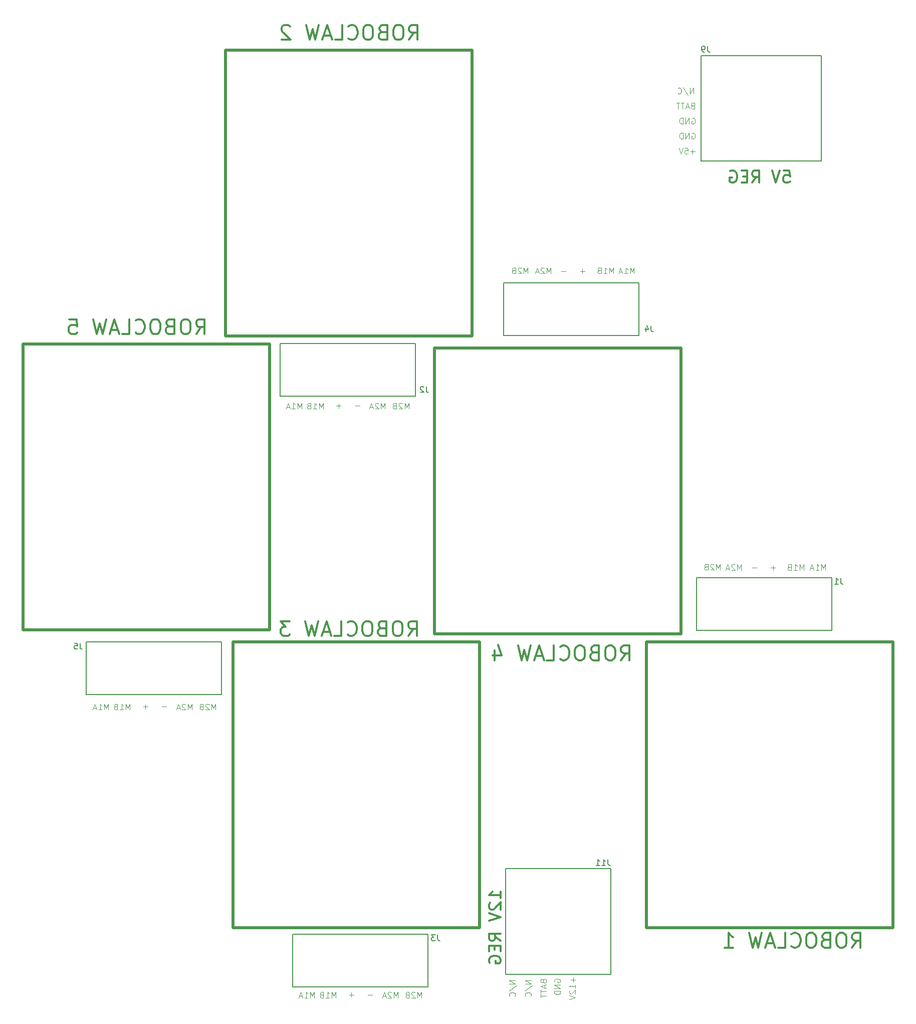
<source format=gbo>
G04 #@! TF.GenerationSoftware,KiCad,Pcbnew,(5.0.2)-1*
G04 #@! TF.CreationDate,2019-06-09T20:19:39-07:00*
G04 #@! TF.ProjectId,Monolithic Board,4d6f6e6f-6c69-4746-9869-6320426f6172,rev?*
G04 #@! TF.SameCoordinates,Original*
G04 #@! TF.FileFunction,Legend,Bot*
G04 #@! TF.FilePolarity,Positive*
%FSLAX46Y46*%
G04 Gerber Fmt 4.6, Leading zero omitted, Abs format (unit mm)*
G04 Created by KiCad (PCBNEW (5.0.2)-1) date 6/9/2019 8:19:39 PM*
%MOMM*%
%LPD*%
G01*
G04 APERTURE LIST*
%ADD10C,0.100000*%
%ADD11C,0.300000*%
%ADD12C,0.150000*%
%ADD13C,0.500000*%
G04 APERTURE END LIST*
D10*
X88018880Y4548023D02*
X87018880Y4548023D01*
X88018880Y3976595D01*
X87018880Y3976595D01*
X86971261Y2786119D02*
X88256976Y3643261D01*
X87923642Y1881357D02*
X87971261Y1928976D01*
X88018880Y2071833D01*
X88018880Y2167071D01*
X87971261Y2309928D01*
X87876023Y2405166D01*
X87780785Y2452785D01*
X87590309Y2500404D01*
X87447452Y2500404D01*
X87256976Y2452785D01*
X87161738Y2405166D01*
X87066500Y2309928D01*
X87018880Y2167071D01*
X87018880Y2071833D01*
X87066500Y1928976D01*
X87114119Y1881357D01*
X92019500Y4254404D02*
X91971880Y4349642D01*
X91971880Y4492500D01*
X92019500Y4635357D01*
X92114738Y4730595D01*
X92209976Y4778214D01*
X92400452Y4825833D01*
X92543309Y4825833D01*
X92733785Y4778214D01*
X92829023Y4730595D01*
X92924261Y4635357D01*
X92971880Y4492500D01*
X92971880Y4397261D01*
X92924261Y4254404D01*
X92876642Y4206785D01*
X92543309Y4206785D01*
X92543309Y4397261D01*
X92971880Y3778214D02*
X91971880Y3778214D01*
X92971880Y3206785D01*
X91971880Y3206785D01*
X92971880Y2730595D02*
X91971880Y2730595D01*
X91971880Y2492500D01*
X92019500Y2349642D01*
X92114738Y2254404D01*
X92209976Y2206785D01*
X92400452Y2159166D01*
X92543309Y2159166D01*
X92733785Y2206785D01*
X92829023Y2254404D01*
X92924261Y2349642D01*
X92971880Y2492500D01*
X92971880Y2730595D01*
X85351880Y4548023D02*
X84351880Y4548023D01*
X85351880Y3976595D01*
X84351880Y3976595D01*
X84304261Y2786119D02*
X85589976Y3643261D01*
X85256642Y1881357D02*
X85304261Y1928976D01*
X85351880Y2071833D01*
X85351880Y2167071D01*
X85304261Y2309928D01*
X85209023Y2405166D01*
X85113785Y2452785D01*
X84923309Y2500404D01*
X84780452Y2500404D01*
X84589976Y2452785D01*
X84494738Y2405166D01*
X84399500Y2309928D01*
X84351880Y2167071D01*
X84351880Y2071833D01*
X84399500Y1928976D01*
X84447119Y1881357D01*
X95130928Y5000404D02*
X95130928Y4238500D01*
X95511880Y4619452D02*
X94749976Y4619452D01*
X95511880Y3238500D02*
X95511880Y3809928D01*
X95511880Y3524214D02*
X94511880Y3524214D01*
X94654738Y3619452D01*
X94749976Y3714690D01*
X94797595Y3809928D01*
X94607119Y2857547D02*
X94559500Y2809928D01*
X94511880Y2714690D01*
X94511880Y2476595D01*
X94559500Y2381357D01*
X94607119Y2333738D01*
X94702357Y2286119D01*
X94797595Y2286119D01*
X94940452Y2333738D01*
X95511880Y2905166D01*
X95511880Y2286119D01*
X94511880Y2000404D02*
X95511880Y1667071D01*
X94511880Y1333738D01*
X90098571Y4357547D02*
X90146190Y4214690D01*
X90193809Y4167071D01*
X90289047Y4119452D01*
X90431904Y4119452D01*
X90527142Y4167071D01*
X90574761Y4214690D01*
X90622380Y4309928D01*
X90622380Y4690880D01*
X89622380Y4690880D01*
X89622380Y4357547D01*
X89670000Y4262309D01*
X89717619Y4214690D01*
X89812857Y4167071D01*
X89908095Y4167071D01*
X90003333Y4214690D01*
X90050952Y4262309D01*
X90098571Y4357547D01*
X90098571Y4690880D01*
X90336666Y3738500D02*
X90336666Y3262309D01*
X90622380Y3833738D02*
X89622380Y3500404D01*
X90622380Y3167071D01*
X89622380Y2976595D02*
X89622380Y2405166D01*
X90622380Y2690880D02*
X89622380Y2690880D01*
X89622380Y2214690D02*
X89622380Y1643261D01*
X90622380Y1928976D02*
X89622380Y1928976D01*
D11*
X82921361Y18379461D02*
X82921361Y19522319D01*
X82921361Y18950890D02*
X80921361Y18950890D01*
X81207076Y19141366D01*
X81397552Y19331842D01*
X81492790Y19522319D01*
X81111838Y17617557D02*
X81016600Y17522319D01*
X80921361Y17331842D01*
X80921361Y16855652D01*
X81016600Y16665176D01*
X81111838Y16569938D01*
X81302314Y16474700D01*
X81492790Y16474700D01*
X81778504Y16569938D01*
X82921361Y17712795D01*
X82921361Y16474700D01*
X80921361Y15903271D02*
X82921361Y15236604D01*
X80921361Y14569938D01*
X82921361Y11236604D02*
X81968980Y11903271D01*
X82921361Y12379461D02*
X80921361Y12379461D01*
X80921361Y11617557D01*
X81016600Y11427080D01*
X81111838Y11331842D01*
X81302314Y11236604D01*
X81588028Y11236604D01*
X81778504Y11331842D01*
X81873742Y11427080D01*
X81968980Y11617557D01*
X81968980Y12379461D01*
X81873742Y10379461D02*
X81873742Y9712795D01*
X82921361Y9427080D02*
X82921361Y10379461D01*
X80921361Y10379461D01*
X80921361Y9427080D01*
X81016600Y7522319D02*
X80921361Y7712795D01*
X80921361Y7998509D01*
X81016600Y8284223D01*
X81207076Y8474700D01*
X81397552Y8569938D01*
X81778504Y8665176D01*
X82064219Y8665176D01*
X82445171Y8569938D01*
X82635647Y8474700D01*
X82826123Y8284223D01*
X82921361Y7998509D01*
X82921361Y7808033D01*
X82826123Y7522319D01*
X82730885Y7427080D01*
X82064219Y7427080D01*
X82064219Y7808033D01*
X103192600Y58571747D02*
X104025933Y59762223D01*
X104621171Y58571747D02*
X104621171Y61071747D01*
X103668790Y61071747D01*
X103430695Y60952700D01*
X103311647Y60833652D01*
X103192600Y60595557D01*
X103192600Y60238414D01*
X103311647Y60000319D01*
X103430695Y59881271D01*
X103668790Y59762223D01*
X104621171Y59762223D01*
X101644980Y61071747D02*
X101168790Y61071747D01*
X100930695Y60952700D01*
X100692600Y60714604D01*
X100573552Y60238414D01*
X100573552Y59405080D01*
X100692600Y58928890D01*
X100930695Y58690795D01*
X101168790Y58571747D01*
X101644980Y58571747D01*
X101883076Y58690795D01*
X102121171Y58928890D01*
X102240219Y59405080D01*
X102240219Y60238414D01*
X102121171Y60714604D01*
X101883076Y60952700D01*
X101644980Y61071747D01*
X98668790Y59881271D02*
X98311647Y59762223D01*
X98192600Y59643176D01*
X98073552Y59405080D01*
X98073552Y59047938D01*
X98192600Y58809842D01*
X98311647Y58690795D01*
X98549742Y58571747D01*
X99502123Y58571747D01*
X99502123Y61071747D01*
X98668790Y61071747D01*
X98430695Y60952700D01*
X98311647Y60833652D01*
X98192600Y60595557D01*
X98192600Y60357461D01*
X98311647Y60119366D01*
X98430695Y60000319D01*
X98668790Y59881271D01*
X99502123Y59881271D01*
X96525933Y61071747D02*
X96049742Y61071747D01*
X95811647Y60952700D01*
X95573552Y60714604D01*
X95454504Y60238414D01*
X95454504Y59405080D01*
X95573552Y58928890D01*
X95811647Y58690795D01*
X96049742Y58571747D01*
X96525933Y58571747D01*
X96764028Y58690795D01*
X97002123Y58928890D01*
X97121171Y59405080D01*
X97121171Y60238414D01*
X97002123Y60714604D01*
X96764028Y60952700D01*
X96525933Y61071747D01*
X92954504Y58809842D02*
X93073552Y58690795D01*
X93430695Y58571747D01*
X93668790Y58571747D01*
X94025933Y58690795D01*
X94264028Y58928890D01*
X94383076Y59166985D01*
X94502123Y59643176D01*
X94502123Y60000319D01*
X94383076Y60476509D01*
X94264028Y60714604D01*
X94025933Y60952700D01*
X93668790Y61071747D01*
X93430695Y61071747D01*
X93073552Y60952700D01*
X92954504Y60833652D01*
X90692600Y58571747D02*
X91883076Y58571747D01*
X91883076Y61071747D01*
X89978314Y59286033D02*
X88787838Y59286033D01*
X90216409Y58571747D02*
X89383076Y61071747D01*
X88549742Y58571747D01*
X87954504Y61071747D02*
X87359266Y58571747D01*
X86883076Y60357461D01*
X86406885Y58571747D01*
X85811647Y61071747D01*
X81883076Y60238414D02*
X81883076Y58571747D01*
X82478314Y61190795D02*
X83073552Y59405080D01*
X81525933Y59405080D01*
D10*
X34710523Y50220619D02*
X34710523Y51220619D01*
X34377190Y50506333D01*
X34043857Y51220619D01*
X34043857Y50220619D01*
X33615285Y51125380D02*
X33567666Y51173000D01*
X33472428Y51220619D01*
X33234333Y51220619D01*
X33139095Y51173000D01*
X33091476Y51125380D01*
X33043857Y51030142D01*
X33043857Y50934904D01*
X33091476Y50792047D01*
X33662904Y50220619D01*
X33043857Y50220619D01*
X32281952Y50744428D02*
X32139095Y50696809D01*
X32091476Y50649190D01*
X32043857Y50553952D01*
X32043857Y50411095D01*
X32091476Y50315857D01*
X32139095Y50268238D01*
X32234333Y50220619D01*
X32615285Y50220619D01*
X32615285Y51220619D01*
X32281952Y51220619D01*
X32186714Y51173000D01*
X32139095Y51125380D01*
X32091476Y51030142D01*
X32091476Y50934904D01*
X32139095Y50839666D01*
X32186714Y50792047D01*
X32281952Y50744428D01*
X32615285Y50744428D01*
X105441595Y123880619D02*
X105441595Y124880619D01*
X105108261Y124166333D01*
X104774928Y124880619D01*
X104774928Y123880619D01*
X103774928Y123880619D02*
X104346357Y123880619D01*
X104060642Y123880619D02*
X104060642Y124880619D01*
X104155880Y124737761D01*
X104251119Y124642523D01*
X104346357Y124594904D01*
X103393976Y124166333D02*
X102917785Y124166333D01*
X103489214Y123880619D02*
X103155880Y124880619D01*
X102822547Y123880619D01*
X101957023Y123880619D02*
X101957023Y124880619D01*
X101623690Y124166333D01*
X101290357Y124880619D01*
X101290357Y123880619D01*
X100290357Y123880619D02*
X100861785Y123880619D01*
X100576071Y123880619D02*
X100576071Y124880619D01*
X100671309Y124737761D01*
X100766547Y124642523D01*
X100861785Y124594904D01*
X99528452Y124404428D02*
X99385595Y124356809D01*
X99337976Y124309190D01*
X99290357Y124213952D01*
X99290357Y124071095D01*
X99337976Y123975857D01*
X99385595Y123928238D01*
X99480833Y123880619D01*
X99861785Y123880619D01*
X99861785Y124880619D01*
X99528452Y124880619D01*
X99433214Y124833000D01*
X99385595Y124785380D01*
X99337976Y124690142D01*
X99337976Y124594904D01*
X99385595Y124499666D01*
X99433214Y124452047D01*
X99528452Y124404428D01*
X99861785Y124404428D01*
X87479023Y123880619D02*
X87479023Y124880619D01*
X87145690Y124166333D01*
X86812357Y124880619D01*
X86812357Y123880619D01*
X86383785Y124785380D02*
X86336166Y124833000D01*
X86240928Y124880619D01*
X86002833Y124880619D01*
X85907595Y124833000D01*
X85859976Y124785380D01*
X85812357Y124690142D01*
X85812357Y124594904D01*
X85859976Y124452047D01*
X86431404Y123880619D01*
X85812357Y123880619D01*
X85050452Y124404428D02*
X84907595Y124356809D01*
X84859976Y124309190D01*
X84812357Y124213952D01*
X84812357Y124071095D01*
X84859976Y123975857D01*
X84907595Y123928238D01*
X85002833Y123880619D01*
X85383785Y123880619D01*
X85383785Y124880619D01*
X85050452Y124880619D01*
X84955214Y124833000D01*
X84907595Y124785380D01*
X84859976Y124690142D01*
X84859976Y124594904D01*
X84907595Y124499666D01*
X84955214Y124452047D01*
X85050452Y124404428D01*
X85383785Y124404428D01*
X96329547Y124277428D02*
X97091452Y124277428D01*
X96710500Y124658380D02*
X96710500Y123896476D01*
X93154547Y124277428D02*
X93916452Y124277428D01*
X91344595Y123880619D02*
X91344595Y124880619D01*
X91011261Y124166333D01*
X90677928Y124880619D01*
X90677928Y123880619D01*
X90249357Y124785380D02*
X90201738Y124833000D01*
X90106500Y124880619D01*
X89868404Y124880619D01*
X89773166Y124833000D01*
X89725547Y124785380D01*
X89677928Y124690142D01*
X89677928Y124594904D01*
X89725547Y124452047D01*
X90296976Y123880619D01*
X89677928Y123880619D01*
X89296976Y124166333D02*
X88820785Y124166333D01*
X89392214Y123880619D02*
X89058880Y124880619D01*
X88725547Y123880619D01*
X137763095Y73829919D02*
X137763095Y74829919D01*
X137429761Y74115633D01*
X137096428Y74829919D01*
X137096428Y73829919D01*
X136096428Y73829919D02*
X136667857Y73829919D01*
X136382142Y73829919D02*
X136382142Y74829919D01*
X136477380Y74687061D01*
X136572619Y74591823D01*
X136667857Y74544204D01*
X135715476Y74115633D02*
X135239285Y74115633D01*
X135810714Y73829919D02*
X135477380Y74829919D01*
X135144047Y73829919D01*
X134075323Y73779119D02*
X134075323Y74779119D01*
X133741990Y74064833D01*
X133408657Y74779119D01*
X133408657Y73779119D01*
X132408657Y73779119D02*
X132980085Y73779119D01*
X132694371Y73779119D02*
X132694371Y74779119D01*
X132789609Y74636261D01*
X132884847Y74541023D01*
X132980085Y74493404D01*
X131646752Y74302928D02*
X131503895Y74255309D01*
X131456276Y74207690D01*
X131408657Y74112452D01*
X131408657Y73969595D01*
X131456276Y73874357D01*
X131503895Y73826738D01*
X131599133Y73779119D01*
X131980085Y73779119D01*
X131980085Y74779119D01*
X131646752Y74779119D01*
X131551514Y74731500D01*
X131503895Y74683880D01*
X131456276Y74588642D01*
X131456276Y74493404D01*
X131503895Y74398166D01*
X131551514Y74350547D01*
X131646752Y74302928D01*
X131980085Y74302928D01*
X119991023Y73842619D02*
X119991023Y74842619D01*
X119657690Y74128333D01*
X119324357Y74842619D01*
X119324357Y73842619D01*
X118895785Y74747380D02*
X118848166Y74795000D01*
X118752928Y74842619D01*
X118514833Y74842619D01*
X118419595Y74795000D01*
X118371976Y74747380D01*
X118324357Y74652142D01*
X118324357Y74556904D01*
X118371976Y74414047D01*
X118943404Y73842619D01*
X118324357Y73842619D01*
X117562452Y74366428D02*
X117419595Y74318809D01*
X117371976Y74271190D01*
X117324357Y74175952D01*
X117324357Y74033095D01*
X117371976Y73937857D01*
X117419595Y73890238D01*
X117514833Y73842619D01*
X117895785Y73842619D01*
X117895785Y74842619D01*
X117562452Y74842619D01*
X117467214Y74795000D01*
X117419595Y74747380D01*
X117371976Y74652142D01*
X117371976Y74556904D01*
X117419595Y74461666D01*
X117467214Y74414047D01*
X117562452Y74366428D01*
X117895785Y74366428D01*
X128524047Y74175928D02*
X129285952Y74175928D01*
X128905000Y74556880D02*
X128905000Y73794976D01*
X125349047Y74175928D02*
X126110952Y74175928D01*
X123539095Y73779119D02*
X123539095Y74779119D01*
X123205761Y74064833D01*
X122872428Y74779119D01*
X122872428Y73779119D01*
X122443857Y74683880D02*
X122396238Y74731500D01*
X122301000Y74779119D01*
X122062904Y74779119D01*
X121967666Y74731500D01*
X121920047Y74683880D01*
X121872428Y74588642D01*
X121872428Y74493404D01*
X121920047Y74350547D01*
X122491476Y73779119D01*
X121872428Y73779119D01*
X121491476Y74064833D02*
X121015285Y74064833D01*
X121586714Y73779119D02*
X121253380Y74779119D01*
X120920047Y73779119D01*
X51403095Y1579619D02*
X51403095Y2579619D01*
X51069761Y1865333D01*
X50736428Y2579619D01*
X50736428Y1579619D01*
X49736428Y1579619D02*
X50307857Y1579619D01*
X50022142Y1579619D02*
X50022142Y2579619D01*
X50117380Y2436761D01*
X50212619Y2341523D01*
X50307857Y2293904D01*
X49355476Y1865333D02*
X48879285Y1865333D01*
X49450714Y1579619D02*
X49117380Y2579619D01*
X48784047Y1579619D01*
X55030523Y1579619D02*
X55030523Y2579619D01*
X54697190Y1865333D01*
X54363857Y2579619D01*
X54363857Y1579619D01*
X53363857Y1579619D02*
X53935285Y1579619D01*
X53649571Y1579619D02*
X53649571Y2579619D01*
X53744809Y2436761D01*
X53840047Y2341523D01*
X53935285Y2293904D01*
X52601952Y2103428D02*
X52459095Y2055809D01*
X52411476Y2008190D01*
X52363857Y1912952D01*
X52363857Y1770095D01*
X52411476Y1674857D01*
X52459095Y1627238D01*
X52554333Y1579619D01*
X52935285Y1579619D01*
X52935285Y2579619D01*
X52601952Y2579619D01*
X52506714Y2532000D01*
X52459095Y2484380D01*
X52411476Y2389142D01*
X52411476Y2293904D01*
X52459095Y2198666D01*
X52506714Y2151047D01*
X52601952Y2103428D01*
X52935285Y2103428D01*
X69508523Y1579619D02*
X69508523Y2579619D01*
X69175190Y1865333D01*
X68841857Y2579619D01*
X68841857Y1579619D01*
X68413285Y2484380D02*
X68365666Y2532000D01*
X68270428Y2579619D01*
X68032333Y2579619D01*
X67937095Y2532000D01*
X67889476Y2484380D01*
X67841857Y2389142D01*
X67841857Y2293904D01*
X67889476Y2151047D01*
X68460904Y1579619D01*
X67841857Y1579619D01*
X67079952Y2103428D02*
X66937095Y2055809D01*
X66889476Y2008190D01*
X66841857Y1912952D01*
X66841857Y1770095D01*
X66889476Y1674857D01*
X66937095Y1627238D01*
X67032333Y1579619D01*
X67413285Y1579619D01*
X67413285Y2579619D01*
X67079952Y2579619D01*
X66984714Y2532000D01*
X66937095Y2484380D01*
X66889476Y2389142D01*
X66889476Y2293904D01*
X66937095Y2198666D01*
X66984714Y2151047D01*
X67079952Y2103428D01*
X67413285Y2103428D01*
X58038952Y2087571D02*
X57277047Y2087571D01*
X57658000Y1706619D02*
X57658000Y2468523D01*
X61213952Y2087571D02*
X60452047Y2087571D01*
X65500095Y1579619D02*
X65500095Y2579619D01*
X65166761Y1865333D01*
X64833428Y2579619D01*
X64833428Y1579619D01*
X64404857Y2484380D02*
X64357238Y2532000D01*
X64262000Y2579619D01*
X64023904Y2579619D01*
X63928666Y2532000D01*
X63881047Y2484380D01*
X63833428Y2389142D01*
X63833428Y2293904D01*
X63881047Y2151047D01*
X64452476Y1579619D01*
X63833428Y1579619D01*
X63452476Y1865333D02*
X62976285Y1865333D01*
X63547714Y1579619D02*
X63214380Y2579619D01*
X62881047Y1579619D01*
X16605095Y50220619D02*
X16605095Y51220619D01*
X16271761Y50506333D01*
X15938428Y51220619D01*
X15938428Y50220619D01*
X14938428Y50220619D02*
X15509857Y50220619D01*
X15224142Y50220619D02*
X15224142Y51220619D01*
X15319380Y51077761D01*
X15414619Y50982523D01*
X15509857Y50934904D01*
X14557476Y50506333D02*
X14081285Y50506333D01*
X14652714Y50220619D02*
X14319380Y51220619D01*
X13986047Y50220619D01*
X20232523Y50220619D02*
X20232523Y51220619D01*
X19899190Y50506333D01*
X19565857Y51220619D01*
X19565857Y50220619D01*
X18565857Y50220619D02*
X19137285Y50220619D01*
X18851571Y50220619D02*
X18851571Y51220619D01*
X18946809Y51077761D01*
X19042047Y50982523D01*
X19137285Y50934904D01*
X17803952Y50744428D02*
X17661095Y50696809D01*
X17613476Y50649190D01*
X17565857Y50553952D01*
X17565857Y50411095D01*
X17613476Y50315857D01*
X17661095Y50268238D01*
X17756333Y50220619D01*
X18137285Y50220619D01*
X18137285Y51220619D01*
X17803952Y51220619D01*
X17708714Y51173000D01*
X17661095Y51125380D01*
X17613476Y51030142D01*
X17613476Y50934904D01*
X17661095Y50839666D01*
X17708714Y50792047D01*
X17803952Y50744428D01*
X18137285Y50744428D01*
X23240952Y50728571D02*
X22479047Y50728571D01*
X22860000Y50347619D02*
X22860000Y51109523D01*
X26415952Y50728571D02*
X25654047Y50728571D01*
X30702095Y50220619D02*
X30702095Y51220619D01*
X30368761Y50506333D01*
X30035428Y51220619D01*
X30035428Y50220619D01*
X29606857Y51125380D02*
X29559238Y51173000D01*
X29464000Y51220619D01*
X29225904Y51220619D01*
X29130666Y51173000D01*
X29083047Y51125380D01*
X29035428Y51030142D01*
X29035428Y50934904D01*
X29083047Y50792047D01*
X29654476Y50220619D01*
X29035428Y50220619D01*
X28654476Y50506333D02*
X28178285Y50506333D01*
X28749714Y50220619D02*
X28416380Y51220619D01*
X28083047Y50220619D01*
X59054952Y101528571D02*
X58293047Y101528571D01*
X55879952Y101528571D02*
X55118047Y101528571D01*
X55499000Y101147619D02*
X55499000Y101909523D01*
X67349523Y101020619D02*
X67349523Y102020619D01*
X67016190Y101306333D01*
X66682857Y102020619D01*
X66682857Y101020619D01*
X66254285Y101925380D02*
X66206666Y101973000D01*
X66111428Y102020619D01*
X65873333Y102020619D01*
X65778095Y101973000D01*
X65730476Y101925380D01*
X65682857Y101830142D01*
X65682857Y101734904D01*
X65730476Y101592047D01*
X66301904Y101020619D01*
X65682857Y101020619D01*
X64920952Y101544428D02*
X64778095Y101496809D01*
X64730476Y101449190D01*
X64682857Y101353952D01*
X64682857Y101211095D01*
X64730476Y101115857D01*
X64778095Y101068238D01*
X64873333Y101020619D01*
X65254285Y101020619D01*
X65254285Y102020619D01*
X64920952Y102020619D01*
X64825714Y101973000D01*
X64778095Y101925380D01*
X64730476Y101830142D01*
X64730476Y101734904D01*
X64778095Y101639666D01*
X64825714Y101592047D01*
X64920952Y101544428D01*
X65254285Y101544428D01*
X63341095Y101020619D02*
X63341095Y102020619D01*
X63007761Y101306333D01*
X62674428Y102020619D01*
X62674428Y101020619D01*
X62245857Y101925380D02*
X62198238Y101973000D01*
X62103000Y102020619D01*
X61864904Y102020619D01*
X61769666Y101973000D01*
X61722047Y101925380D01*
X61674428Y101830142D01*
X61674428Y101734904D01*
X61722047Y101592047D01*
X62293476Y101020619D01*
X61674428Y101020619D01*
X61293476Y101306333D02*
X60817285Y101306333D01*
X61388714Y101020619D02*
X61055380Y102020619D01*
X60722047Y101020619D01*
X52871523Y101020619D02*
X52871523Y102020619D01*
X52538190Y101306333D01*
X52204857Y102020619D01*
X52204857Y101020619D01*
X51204857Y101020619D02*
X51776285Y101020619D01*
X51490571Y101020619D02*
X51490571Y102020619D01*
X51585809Y101877761D01*
X51681047Y101782523D01*
X51776285Y101734904D01*
X50442952Y101544428D02*
X50300095Y101496809D01*
X50252476Y101449190D01*
X50204857Y101353952D01*
X50204857Y101211095D01*
X50252476Y101115857D01*
X50300095Y101068238D01*
X50395333Y101020619D01*
X50776285Y101020619D01*
X50776285Y102020619D01*
X50442952Y102020619D01*
X50347714Y101973000D01*
X50300095Y101925380D01*
X50252476Y101830142D01*
X50252476Y101734904D01*
X50300095Y101639666D01*
X50347714Y101592047D01*
X50442952Y101544428D01*
X50776285Y101544428D01*
X49244095Y101020619D02*
X49244095Y102020619D01*
X48910761Y101306333D01*
X48577428Y102020619D01*
X48577428Y101020619D01*
X47577428Y101020619D02*
X48148857Y101020619D01*
X47863142Y101020619D02*
X47863142Y102020619D01*
X47958380Y101877761D01*
X48053619Y101782523D01*
X48148857Y101734904D01*
X47196476Y101306333D02*
X46720285Y101306333D01*
X47291714Y101020619D02*
X46958380Y102020619D01*
X46625047Y101020619D01*
D11*
X142257800Y10057747D02*
X143091133Y11248223D01*
X143686371Y10057747D02*
X143686371Y12557747D01*
X142733990Y12557747D01*
X142495895Y12438700D01*
X142376847Y12319652D01*
X142257800Y12081557D01*
X142257800Y11724414D01*
X142376847Y11486319D01*
X142495895Y11367271D01*
X142733990Y11248223D01*
X143686371Y11248223D01*
X140710180Y12557747D02*
X140233990Y12557747D01*
X139995895Y12438700D01*
X139757800Y12200604D01*
X139638752Y11724414D01*
X139638752Y10891080D01*
X139757800Y10414890D01*
X139995895Y10176795D01*
X140233990Y10057747D01*
X140710180Y10057747D01*
X140948276Y10176795D01*
X141186371Y10414890D01*
X141305419Y10891080D01*
X141305419Y11724414D01*
X141186371Y12200604D01*
X140948276Y12438700D01*
X140710180Y12557747D01*
X137733990Y11367271D02*
X137376847Y11248223D01*
X137257800Y11129176D01*
X137138752Y10891080D01*
X137138752Y10533938D01*
X137257800Y10295842D01*
X137376847Y10176795D01*
X137614942Y10057747D01*
X138567323Y10057747D01*
X138567323Y12557747D01*
X137733990Y12557747D01*
X137495895Y12438700D01*
X137376847Y12319652D01*
X137257800Y12081557D01*
X137257800Y11843461D01*
X137376847Y11605366D01*
X137495895Y11486319D01*
X137733990Y11367271D01*
X138567323Y11367271D01*
X135591133Y12557747D02*
X135114942Y12557747D01*
X134876847Y12438700D01*
X134638752Y12200604D01*
X134519704Y11724414D01*
X134519704Y10891080D01*
X134638752Y10414890D01*
X134876847Y10176795D01*
X135114942Y10057747D01*
X135591133Y10057747D01*
X135829228Y10176795D01*
X136067323Y10414890D01*
X136186371Y10891080D01*
X136186371Y11724414D01*
X136067323Y12200604D01*
X135829228Y12438700D01*
X135591133Y12557747D01*
X132019704Y10295842D02*
X132138752Y10176795D01*
X132495895Y10057747D01*
X132733990Y10057747D01*
X133091133Y10176795D01*
X133329228Y10414890D01*
X133448276Y10652985D01*
X133567323Y11129176D01*
X133567323Y11486319D01*
X133448276Y11962509D01*
X133329228Y12200604D01*
X133091133Y12438700D01*
X132733990Y12557747D01*
X132495895Y12557747D01*
X132138752Y12438700D01*
X132019704Y12319652D01*
X129757800Y10057747D02*
X130948276Y10057747D01*
X130948276Y12557747D01*
X129043514Y10772033D02*
X127853038Y10772033D01*
X129281609Y10057747D02*
X128448276Y12557747D01*
X127614942Y10057747D01*
X127019704Y12557747D02*
X126424466Y10057747D01*
X125948276Y11843461D01*
X125472085Y10057747D01*
X124876847Y12557747D01*
X120710180Y10057747D02*
X122138752Y10057747D01*
X121424466Y10057747D02*
X121424466Y12557747D01*
X121662561Y12200604D01*
X121900657Y11962509D01*
X122138752Y11843461D01*
X67277000Y62686547D02*
X68110333Y63877023D01*
X68705571Y62686547D02*
X68705571Y65186547D01*
X67753190Y65186547D01*
X67515095Y65067500D01*
X67396047Y64948452D01*
X67277000Y64710357D01*
X67277000Y64353214D01*
X67396047Y64115119D01*
X67515095Y63996071D01*
X67753190Y63877023D01*
X68705571Y63877023D01*
X65729380Y65186547D02*
X65253190Y65186547D01*
X65015095Y65067500D01*
X64777000Y64829404D01*
X64657952Y64353214D01*
X64657952Y63519880D01*
X64777000Y63043690D01*
X65015095Y62805595D01*
X65253190Y62686547D01*
X65729380Y62686547D01*
X65967476Y62805595D01*
X66205571Y63043690D01*
X66324619Y63519880D01*
X66324619Y64353214D01*
X66205571Y64829404D01*
X65967476Y65067500D01*
X65729380Y65186547D01*
X62753190Y63996071D02*
X62396047Y63877023D01*
X62277000Y63757976D01*
X62157952Y63519880D01*
X62157952Y63162738D01*
X62277000Y62924642D01*
X62396047Y62805595D01*
X62634142Y62686547D01*
X63586523Y62686547D01*
X63586523Y65186547D01*
X62753190Y65186547D01*
X62515095Y65067500D01*
X62396047Y64948452D01*
X62277000Y64710357D01*
X62277000Y64472261D01*
X62396047Y64234166D01*
X62515095Y64115119D01*
X62753190Y63996071D01*
X63586523Y63996071D01*
X60610333Y65186547D02*
X60134142Y65186547D01*
X59896047Y65067500D01*
X59657952Y64829404D01*
X59538904Y64353214D01*
X59538904Y63519880D01*
X59657952Y63043690D01*
X59896047Y62805595D01*
X60134142Y62686547D01*
X60610333Y62686547D01*
X60848428Y62805595D01*
X61086523Y63043690D01*
X61205571Y63519880D01*
X61205571Y64353214D01*
X61086523Y64829404D01*
X60848428Y65067500D01*
X60610333Y65186547D01*
X57038904Y62924642D02*
X57157952Y62805595D01*
X57515095Y62686547D01*
X57753190Y62686547D01*
X58110333Y62805595D01*
X58348428Y63043690D01*
X58467476Y63281785D01*
X58586523Y63757976D01*
X58586523Y64115119D01*
X58467476Y64591309D01*
X58348428Y64829404D01*
X58110333Y65067500D01*
X57753190Y65186547D01*
X57515095Y65186547D01*
X57157952Y65067500D01*
X57038904Y64948452D01*
X54776999Y62686547D02*
X55967476Y62686547D01*
X55967476Y65186547D01*
X54062714Y63400833D02*
X52872238Y63400833D01*
X54300809Y62686547D02*
X53467476Y65186547D01*
X52634142Y62686547D01*
X52038904Y65186547D02*
X51443666Y62686547D01*
X50967476Y64472261D01*
X50491285Y62686547D01*
X49896047Y65186547D01*
X47276999Y65186547D02*
X45729380Y65186547D01*
X46562714Y64234166D01*
X46205571Y64234166D01*
X45967476Y64115119D01*
X45848428Y63996071D01*
X45729380Y63757976D01*
X45729380Y63162738D01*
X45848428Y62924642D01*
X45967476Y62805595D01*
X46205571Y62686547D01*
X46919857Y62686547D01*
X47157952Y62805595D01*
X47276999Y62924642D01*
X31450300Y113651647D02*
X32283633Y114842123D01*
X32878871Y113651647D02*
X32878871Y116151647D01*
X31926490Y116151647D01*
X31688395Y116032600D01*
X31569347Y115913552D01*
X31450300Y115675457D01*
X31450300Y115318314D01*
X31569347Y115080219D01*
X31688395Y114961171D01*
X31926490Y114842123D01*
X32878871Y114842123D01*
X29902680Y116151647D02*
X29426490Y116151647D01*
X29188395Y116032600D01*
X28950300Y115794504D01*
X28831252Y115318314D01*
X28831252Y114484980D01*
X28950300Y114008790D01*
X29188395Y113770695D01*
X29426490Y113651647D01*
X29902680Y113651647D01*
X30140776Y113770695D01*
X30378871Y114008790D01*
X30497919Y114484980D01*
X30497919Y115318314D01*
X30378871Y115794504D01*
X30140776Y116032600D01*
X29902680Y116151647D01*
X26926490Y114961171D02*
X26569347Y114842123D01*
X26450300Y114723076D01*
X26331252Y114484980D01*
X26331252Y114127838D01*
X26450300Y113889742D01*
X26569347Y113770695D01*
X26807442Y113651647D01*
X27759823Y113651647D01*
X27759823Y116151647D01*
X26926490Y116151647D01*
X26688395Y116032600D01*
X26569347Y115913552D01*
X26450300Y115675457D01*
X26450300Y115437361D01*
X26569347Y115199266D01*
X26688395Y115080219D01*
X26926490Y114961171D01*
X27759823Y114961171D01*
X24783633Y116151647D02*
X24307442Y116151647D01*
X24069347Y116032600D01*
X23831252Y115794504D01*
X23712204Y115318314D01*
X23712204Y114484980D01*
X23831252Y114008790D01*
X24069347Y113770695D01*
X24307442Y113651647D01*
X24783633Y113651647D01*
X25021728Y113770695D01*
X25259823Y114008790D01*
X25378871Y114484980D01*
X25378871Y115318314D01*
X25259823Y115794504D01*
X25021728Y116032600D01*
X24783633Y116151647D01*
X21212204Y113889742D02*
X21331252Y113770695D01*
X21688395Y113651647D01*
X21926490Y113651647D01*
X22283633Y113770695D01*
X22521728Y114008790D01*
X22640776Y114246885D01*
X22759823Y114723076D01*
X22759823Y115080219D01*
X22640776Y115556409D01*
X22521728Y115794504D01*
X22283633Y116032600D01*
X21926490Y116151647D01*
X21688395Y116151647D01*
X21331252Y116032600D01*
X21212204Y115913552D01*
X18950299Y113651647D02*
X20140776Y113651647D01*
X20140776Y116151647D01*
X18236014Y114365933D02*
X17045538Y114365933D01*
X18474109Y113651647D02*
X17640776Y116151647D01*
X16807442Y113651647D01*
X16212204Y116151647D02*
X15616966Y113651647D01*
X15140776Y115437361D01*
X14664585Y113651647D01*
X14069347Y116151647D01*
X10021728Y116151647D02*
X11212204Y116151647D01*
X11331252Y114961171D01*
X11212204Y115080219D01*
X10974109Y115199266D01*
X10378871Y115199266D01*
X10140776Y115080219D01*
X10021728Y114961171D01*
X9902680Y114723076D01*
X9902680Y114127838D01*
X10021728Y113889742D01*
X10140776Y113770695D01*
X10378871Y113651647D01*
X10974109Y113651647D01*
X11212204Y113770695D01*
X11331252Y113889742D01*
X67404000Y163334047D02*
X68237333Y164524523D01*
X68832571Y163334047D02*
X68832571Y165834047D01*
X67880190Y165834047D01*
X67642095Y165715000D01*
X67523047Y165595952D01*
X67404000Y165357857D01*
X67404000Y165000714D01*
X67523047Y164762619D01*
X67642095Y164643571D01*
X67880190Y164524523D01*
X68832571Y164524523D01*
X65856380Y165834047D02*
X65380190Y165834047D01*
X65142095Y165715000D01*
X64904000Y165476904D01*
X64784952Y165000714D01*
X64784952Y164167380D01*
X64904000Y163691190D01*
X65142095Y163453095D01*
X65380190Y163334047D01*
X65856380Y163334047D01*
X66094476Y163453095D01*
X66332571Y163691190D01*
X66451619Y164167380D01*
X66451619Y165000714D01*
X66332571Y165476904D01*
X66094476Y165715000D01*
X65856380Y165834047D01*
X62880190Y164643571D02*
X62523047Y164524523D01*
X62404000Y164405476D01*
X62284952Y164167380D01*
X62284952Y163810238D01*
X62404000Y163572142D01*
X62523047Y163453095D01*
X62761142Y163334047D01*
X63713523Y163334047D01*
X63713523Y165834047D01*
X62880190Y165834047D01*
X62642095Y165715000D01*
X62523047Y165595952D01*
X62404000Y165357857D01*
X62404000Y165119761D01*
X62523047Y164881666D01*
X62642095Y164762619D01*
X62880190Y164643571D01*
X63713523Y164643571D01*
X60737333Y165834047D02*
X60261142Y165834047D01*
X60023047Y165715000D01*
X59784952Y165476904D01*
X59665904Y165000714D01*
X59665904Y164167380D01*
X59784952Y163691190D01*
X60023047Y163453095D01*
X60261142Y163334047D01*
X60737333Y163334047D01*
X60975428Y163453095D01*
X61213523Y163691190D01*
X61332571Y164167380D01*
X61332571Y165000714D01*
X61213523Y165476904D01*
X60975428Y165715000D01*
X60737333Y165834047D01*
X57165904Y163572142D02*
X57284952Y163453095D01*
X57642095Y163334047D01*
X57880190Y163334047D01*
X58237333Y163453095D01*
X58475428Y163691190D01*
X58594476Y163929285D01*
X58713523Y164405476D01*
X58713523Y164762619D01*
X58594476Y165238809D01*
X58475428Y165476904D01*
X58237333Y165715000D01*
X57880190Y165834047D01*
X57642095Y165834047D01*
X57284952Y165715000D01*
X57165904Y165595952D01*
X54903999Y163334047D02*
X56094476Y163334047D01*
X56094476Y165834047D01*
X54189714Y164048333D02*
X52999238Y164048333D01*
X54427809Y163334047D02*
X53594476Y165834047D01*
X52761142Y163334047D01*
X52165904Y165834047D02*
X51570666Y163334047D01*
X51094476Y165119761D01*
X50618285Y163334047D01*
X50023047Y165834047D01*
X47284952Y165595952D02*
X47165904Y165715000D01*
X46927809Y165834047D01*
X46332571Y165834047D01*
X46094476Y165715000D01*
X45975428Y165595952D01*
X45856380Y165357857D01*
X45856380Y165119761D01*
X45975428Y164762619D01*
X47403999Y163334047D01*
X45856380Y163334047D01*
X130730119Y141239738D02*
X131682500Y141239738D01*
X131777738Y140287357D01*
X131682500Y140382595D01*
X131492023Y140477833D01*
X131015833Y140477833D01*
X130825357Y140382595D01*
X130730119Y140287357D01*
X130634880Y140096880D01*
X130634880Y139620690D01*
X130730119Y139430214D01*
X130825357Y139334976D01*
X131015833Y139239738D01*
X131492023Y139239738D01*
X131682500Y139334976D01*
X131777738Y139430214D01*
X130063452Y141239738D02*
X129396785Y139239738D01*
X128730119Y141239738D01*
X125396785Y139239738D02*
X126063452Y140192119D01*
X126539642Y139239738D02*
X126539642Y141239738D01*
X125777738Y141239738D01*
X125587261Y141144500D01*
X125492023Y141049261D01*
X125396785Y140858785D01*
X125396785Y140573071D01*
X125492023Y140382595D01*
X125587261Y140287357D01*
X125777738Y140192119D01*
X126539642Y140192119D01*
X124539642Y140287357D02*
X123872976Y140287357D01*
X123587261Y139239738D02*
X124539642Y139239738D01*
X124539642Y141239738D01*
X123587261Y141239738D01*
X121682500Y141144500D02*
X121872976Y141239738D01*
X122158690Y141239738D01*
X122444404Y141144500D01*
X122634880Y140954023D01*
X122730119Y140763547D01*
X122825357Y140382595D01*
X122825357Y140096880D01*
X122730119Y139715928D01*
X122634880Y139525452D01*
X122444404Y139334976D01*
X122158690Y139239738D01*
X121968214Y139239738D01*
X121682500Y139334976D01*
X121587261Y139430214D01*
X121587261Y140096880D01*
X121968214Y140096880D01*
D10*
X115482523Y154233619D02*
X115482523Y155233619D01*
X114911095Y154233619D01*
X114911095Y155233619D01*
X113720619Y155281238D02*
X114577761Y153995523D01*
X112815857Y154328857D02*
X112863476Y154281238D01*
X113006333Y154233619D01*
X113101571Y154233619D01*
X113244428Y154281238D01*
X113339666Y154376476D01*
X113387285Y154471714D01*
X113434904Y154662190D01*
X113434904Y154805047D01*
X113387285Y154995523D01*
X113339666Y155090761D01*
X113244428Y155186000D01*
X113101571Y155233619D01*
X113006333Y155233619D01*
X112863476Y155186000D01*
X112815857Y155138380D01*
X115712714Y144454571D02*
X114950809Y144454571D01*
X115331761Y144073619D02*
X115331761Y144835523D01*
X113998428Y145073619D02*
X114474619Y145073619D01*
X114522238Y144597428D01*
X114474619Y144645047D01*
X114379380Y144692666D01*
X114141285Y144692666D01*
X114046047Y144645047D01*
X113998428Y144597428D01*
X113950809Y144502190D01*
X113950809Y144264095D01*
X113998428Y144168857D01*
X114046047Y144121238D01*
X114141285Y144073619D01*
X114379380Y144073619D01*
X114474619Y144121238D01*
X114522238Y144168857D01*
X113665095Y145073619D02*
X113331761Y144073619D01*
X112998428Y145073619D01*
X115188904Y147566000D02*
X115284142Y147613619D01*
X115427000Y147613619D01*
X115569857Y147566000D01*
X115665095Y147470761D01*
X115712714Y147375523D01*
X115760333Y147185047D01*
X115760333Y147042190D01*
X115712714Y146851714D01*
X115665095Y146756476D01*
X115569857Y146661238D01*
X115427000Y146613619D01*
X115331761Y146613619D01*
X115188904Y146661238D01*
X115141285Y146708857D01*
X115141285Y147042190D01*
X115331761Y147042190D01*
X114712714Y146613619D02*
X114712714Y147613619D01*
X114141285Y146613619D01*
X114141285Y147613619D01*
X113665095Y146613619D02*
X113665095Y147613619D01*
X113427000Y147613619D01*
X113284142Y147566000D01*
X113188904Y147470761D01*
X113141285Y147375523D01*
X113093666Y147185047D01*
X113093666Y147042190D01*
X113141285Y146851714D01*
X113188904Y146756476D01*
X113284142Y146661238D01*
X113427000Y146613619D01*
X113665095Y146613619D01*
X115188904Y150106000D02*
X115284142Y150153619D01*
X115427000Y150153619D01*
X115569857Y150106000D01*
X115665095Y150010761D01*
X115712714Y149915523D01*
X115760333Y149725047D01*
X115760333Y149582190D01*
X115712714Y149391714D01*
X115665095Y149296476D01*
X115569857Y149201238D01*
X115427000Y149153619D01*
X115331761Y149153619D01*
X115188904Y149201238D01*
X115141285Y149248857D01*
X115141285Y149582190D01*
X115331761Y149582190D01*
X114712714Y149153619D02*
X114712714Y150153619D01*
X114141285Y149153619D01*
X114141285Y150153619D01*
X113665095Y149153619D02*
X113665095Y150153619D01*
X113427000Y150153619D01*
X113284142Y150106000D01*
X113188904Y150010761D01*
X113141285Y149915523D01*
X113093666Y149725047D01*
X113093666Y149582190D01*
X113141285Y149391714D01*
X113188904Y149296476D01*
X113284142Y149201238D01*
X113427000Y149153619D01*
X113665095Y149153619D01*
X115292047Y152217428D02*
X115149190Y152169809D01*
X115101571Y152122190D01*
X115053952Y152026952D01*
X115053952Y151884095D01*
X115101571Y151788857D01*
X115149190Y151741238D01*
X115244428Y151693619D01*
X115625380Y151693619D01*
X115625380Y152693619D01*
X115292047Y152693619D01*
X115196809Y152646000D01*
X115149190Y152598380D01*
X115101571Y152503142D01*
X115101571Y152407904D01*
X115149190Y152312666D01*
X115196809Y152265047D01*
X115292047Y152217428D01*
X115625380Y152217428D01*
X114673000Y151979333D02*
X114196809Y151979333D01*
X114768238Y151693619D02*
X114434904Y152693619D01*
X114101571Y151693619D01*
X113911095Y152693619D02*
X113339666Y152693619D01*
X113625380Y151693619D02*
X113625380Y152693619D01*
X113149190Y152693619D02*
X112577761Y152693619D01*
X112863476Y151693619D02*
X112863476Y152693619D01*
D12*
G04 #@! TO.C,J11*
X101493000Y5588000D02*
X83693000Y5588000D01*
X83693000Y23388000D02*
X83693000Y5588000D01*
X101493000Y23388000D02*
X83693000Y23388000D01*
X101493000Y5588000D02*
X101493000Y23388000D01*
G04 #@! TO.C,J5*
X35750500Y52832000D02*
X12890500Y52832000D01*
X35750500Y61722000D02*
X35750500Y52832000D01*
X12890500Y61722000D02*
X35750500Y61722000D01*
X12890500Y52832000D02*
X12890500Y61722000D01*
G04 #@! TO.C,J1*
X116014500Y72517000D02*
X138874500Y72517000D01*
X116014500Y63627000D02*
X116014500Y72517000D01*
X138874500Y63627000D02*
X116014500Y63627000D01*
X138874500Y72517000D02*
X138874500Y63627000D01*
G04 #@! TO.C,J4*
X83375500Y122301000D02*
X106235500Y122301000D01*
X83375500Y113411000D02*
X83375500Y122301000D01*
X106235500Y113411000D02*
X83375500Y113411000D01*
X106235500Y122301000D02*
X106235500Y113411000D01*
G04 #@! TO.C,J9*
X116776500Y142875000D02*
X137096500Y142875000D01*
X137096500Y160655000D02*
X137096500Y142855000D01*
X116776500Y160655000D02*
X137076500Y160655000D01*
X116776500Y160655000D02*
X116776500Y142855000D01*
D13*
G04 #@! TO.C,RC4*
X71678000Y111303000D02*
X71678000Y63043000D01*
X113334000Y111303000D02*
X71678000Y111303000D01*
X113334000Y63043000D02*
X113334000Y111303000D01*
X71678000Y63043000D02*
X113334000Y63043000D01*
G04 #@! TO.C,RC2*
X78055000Y113360000D02*
X78055000Y161620000D01*
X36399000Y113360000D02*
X78055000Y113360000D01*
X36399000Y161620000D02*
X36399000Y113360000D01*
X78055000Y161620000D02*
X36399000Y161620000D01*
G04 #@! TO.C,RC1*
X107492000Y61646000D02*
X107492000Y13386000D01*
X149148000Y61646000D02*
X107492000Y61646000D01*
X149148000Y13386000D02*
X149148000Y61646000D01*
X107492000Y13386000D02*
X149148000Y13386000D01*
G04 #@! TO.C,RC3*
X79325000Y13411000D02*
X79325000Y61671000D01*
X37669000Y13411000D02*
X79325000Y13411000D01*
X37669000Y61671000D02*
X37669000Y13411000D01*
X79325000Y61671000D02*
X37669000Y61671000D01*
G04 #@! TO.C,RC5*
X43892000Y63703000D02*
X43892000Y111963000D01*
X2236000Y63703000D02*
X43892000Y63703000D01*
X2236000Y111963000D02*
X2236000Y63703000D01*
X43892000Y111963000D02*
X2236000Y111963000D01*
D12*
G04 #@! TO.C,J3*
X70612000Y3429000D02*
X47752000Y3429000D01*
X70612000Y12319000D02*
X70612000Y3429000D01*
X47752000Y12319000D02*
X70612000Y12319000D01*
X47752000Y3429000D02*
X47752000Y12319000D01*
G04 #@! TO.C,J2*
X68453000Y103187500D02*
X45593000Y103187500D01*
X68453000Y112077500D02*
X68453000Y103187500D01*
X45593000Y112077500D02*
X68453000Y112077500D01*
X45593000Y103187500D02*
X45593000Y112077500D01*
G04 #@! TO.C,J11*
X101012523Y24944319D02*
X101012523Y24230033D01*
X101060142Y24087176D01*
X101155380Y23991938D01*
X101298238Y23944319D01*
X101393476Y23944319D01*
X100012523Y23944319D02*
X100583952Y23944319D01*
X100298238Y23944319D02*
X100298238Y24944319D01*
X100393476Y24801461D01*
X100488714Y24706223D01*
X100583952Y24658604D01*
X99060142Y23944319D02*
X99631571Y23944319D01*
X99345857Y23944319D02*
X99345857Y24944319D01*
X99441095Y24801461D01*
X99536333Y24706223D01*
X99631571Y24658604D01*
G04 #@! TO.C,J5*
X11839533Y61469519D02*
X11839533Y60755233D01*
X11887152Y60612376D01*
X11982390Y60517138D01*
X12125247Y60469519D01*
X12220485Y60469519D01*
X10887152Y61469519D02*
X11363342Y61469519D01*
X11410961Y60993328D01*
X11363342Y61040947D01*
X11268104Y61088566D01*
X11030009Y61088566D01*
X10934771Y61040947D01*
X10887152Y60993328D01*
X10839533Y60898090D01*
X10839533Y60659995D01*
X10887152Y60564757D01*
X10934771Y60517138D01*
X11030009Y60469519D01*
X11268104Y60469519D01*
X11363342Y60517138D01*
X11410961Y60564757D01*
G04 #@! TO.C,J1*
X140363533Y72442319D02*
X140363533Y71728033D01*
X140411152Y71585176D01*
X140506390Y71489938D01*
X140649247Y71442319D01*
X140744485Y71442319D01*
X139363533Y71442319D02*
X139934961Y71442319D01*
X139649247Y71442319D02*
X139649247Y72442319D01*
X139744485Y72299461D01*
X139839723Y72204223D01*
X139934961Y72156604D01*
G04 #@! TO.C,J4*
X108308733Y115063519D02*
X108308733Y114349233D01*
X108356352Y114206376D01*
X108451590Y114111138D01*
X108594447Y114063519D01*
X108689685Y114063519D01*
X107403971Y114730185D02*
X107403971Y114063519D01*
X107642066Y115111138D02*
X107880161Y114396852D01*
X107261114Y114396852D01*
G04 #@! TO.C,J9*
X117859133Y162256719D02*
X117859133Y161542433D01*
X117906752Y161399576D01*
X118001990Y161304338D01*
X118144847Y161256719D01*
X118240085Y161256719D01*
X117335323Y161256719D02*
X117144847Y161256719D01*
X117049609Y161304338D01*
X117001990Y161351957D01*
X116906752Y161494814D01*
X116859133Y161685290D01*
X116859133Y162066242D01*
X116906752Y162161480D01*
X116954371Y162209100D01*
X117049609Y162256719D01*
X117240085Y162256719D01*
X117335323Y162209100D01*
X117382942Y162161480D01*
X117430561Y162066242D01*
X117430561Y161828147D01*
X117382942Y161732909D01*
X117335323Y161685290D01*
X117240085Y161637671D01*
X117049609Y161637671D01*
X116954371Y161685290D01*
X116906752Y161732909D01*
X116859133Y161828147D01*
G04 #@! TO.C,J3*
X72215333Y12231619D02*
X72215333Y11517333D01*
X72262952Y11374476D01*
X72358190Y11279238D01*
X72501047Y11231619D01*
X72596285Y11231619D01*
X71834380Y12231619D02*
X71215333Y12231619D01*
X71548666Y11850666D01*
X71405809Y11850666D01*
X71310571Y11803047D01*
X71262952Y11755428D01*
X71215333Y11660190D01*
X71215333Y11422095D01*
X71262952Y11326857D01*
X71310571Y11279238D01*
X71405809Y11231619D01*
X71691523Y11231619D01*
X71786761Y11279238D01*
X71834380Y11326857D01*
G04 #@! TO.C,J2*
X70310333Y104814619D02*
X70310333Y104100333D01*
X70357952Y103957476D01*
X70453190Y103862238D01*
X70596047Y103814619D01*
X70691285Y103814619D01*
X69881761Y104719380D02*
X69834142Y104767000D01*
X69738904Y104814619D01*
X69500809Y104814619D01*
X69405571Y104767000D01*
X69357952Y104719380D01*
X69310333Y104624142D01*
X69310333Y104528904D01*
X69357952Y104386047D01*
X69929380Y103814619D01*
X69310333Y103814619D01*
G04 #@! TD*
M02*

</source>
